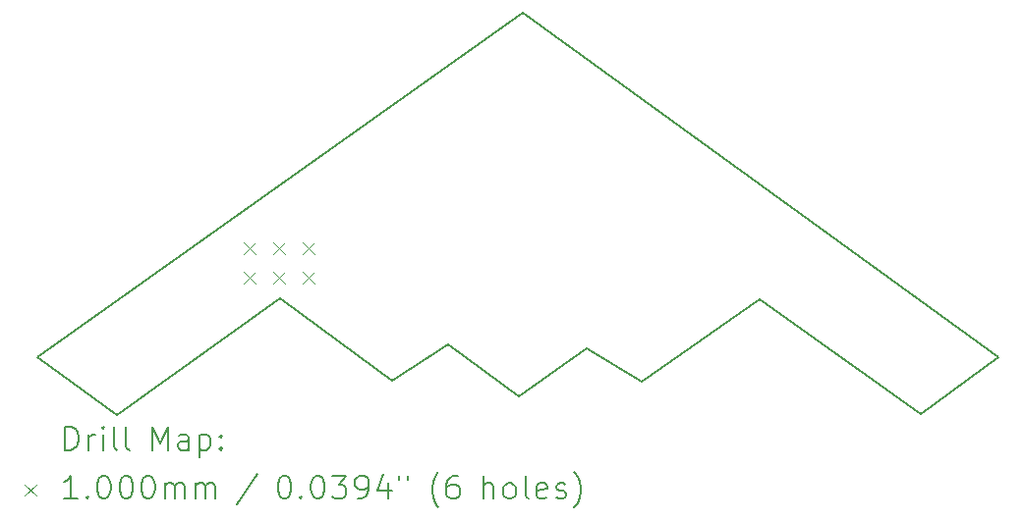
<source format=gbr>
%FSLAX45Y45*%
G04 Gerber Fmt 4.5, Leading zero omitted, Abs format (unit mm)*
G04 Created by KiCad (PCBNEW (6.99.0-2103-gdc6c27b686)) date 2022-07-02 10:57:10*
%MOMM*%
%LPD*%
G01*
G04 APERTURE LIST*
%TA.AperFunction,Profile*%
%ADD10C,0.140000*%
%TD*%
%ADD11C,0.200000*%
%ADD12C,0.100000*%
G04 APERTURE END LIST*
D10*
X19140406Y-10501859D02*
X18471049Y-10996109D01*
X17078675Y-10007608D01*
X16070404Y-10716504D01*
X15593100Y-10428427D01*
X15008472Y-10840773D01*
X14395602Y-10391712D01*
X13918298Y-10708031D01*
X12949567Y-9996311D01*
X11545896Y-11004582D01*
X10859594Y-10504682D01*
X15042185Y-7535418D01*
X19140406Y-10501859D01*
D11*
D12*
X12637500Y-9512500D02*
X12737500Y-9612500D01*
X12737500Y-9512500D02*
X12637500Y-9612500D01*
X12637500Y-9766500D02*
X12737500Y-9866500D01*
X12737500Y-9766500D02*
X12637500Y-9866500D01*
X12891500Y-9512500D02*
X12991500Y-9612500D01*
X12991500Y-9512500D02*
X12891500Y-9612500D01*
X12891500Y-9766500D02*
X12991500Y-9866500D01*
X12991500Y-9766500D02*
X12891500Y-9866500D01*
X13145500Y-9512500D02*
X13245500Y-9612500D01*
X13245500Y-9512500D02*
X13145500Y-9612500D01*
X13145500Y-9766500D02*
X13245500Y-9866500D01*
X13245500Y-9766500D02*
X13145500Y-9866500D01*
D11*
X11100213Y-11305058D02*
X11100213Y-11105058D01*
X11100213Y-11105058D02*
X11147832Y-11105058D01*
X11147832Y-11105058D02*
X11176404Y-11114582D01*
X11176404Y-11114582D02*
X11195451Y-11133629D01*
X11195451Y-11133629D02*
X11204975Y-11152677D01*
X11204975Y-11152677D02*
X11214499Y-11190772D01*
X11214499Y-11190772D02*
X11214499Y-11219343D01*
X11214499Y-11219343D02*
X11204975Y-11257439D01*
X11204975Y-11257439D02*
X11195451Y-11276486D01*
X11195451Y-11276486D02*
X11176404Y-11295534D01*
X11176404Y-11295534D02*
X11147832Y-11305058D01*
X11147832Y-11305058D02*
X11100213Y-11305058D01*
X11300213Y-11305058D02*
X11300213Y-11171724D01*
X11300213Y-11209819D02*
X11309737Y-11190772D01*
X11309737Y-11190772D02*
X11319261Y-11181248D01*
X11319261Y-11181248D02*
X11338308Y-11171724D01*
X11338308Y-11171724D02*
X11357356Y-11171724D01*
X11424023Y-11305058D02*
X11424023Y-11171724D01*
X11424023Y-11105058D02*
X11414499Y-11114582D01*
X11414499Y-11114582D02*
X11424023Y-11124105D01*
X11424023Y-11124105D02*
X11433547Y-11114582D01*
X11433547Y-11114582D02*
X11424023Y-11105058D01*
X11424023Y-11105058D02*
X11424023Y-11124105D01*
X11547832Y-11305058D02*
X11528785Y-11295534D01*
X11528785Y-11295534D02*
X11519261Y-11276486D01*
X11519261Y-11276486D02*
X11519261Y-11105058D01*
X11652594Y-11305058D02*
X11633547Y-11295534D01*
X11633547Y-11295534D02*
X11624023Y-11276486D01*
X11624023Y-11276486D02*
X11624023Y-11105058D01*
X11848785Y-11305058D02*
X11848785Y-11105058D01*
X11848785Y-11105058D02*
X11915451Y-11247915D01*
X11915451Y-11247915D02*
X11982118Y-11105058D01*
X11982118Y-11105058D02*
X11982118Y-11305058D01*
X12163070Y-11305058D02*
X12163070Y-11200296D01*
X12163070Y-11200296D02*
X12153547Y-11181248D01*
X12153547Y-11181248D02*
X12134499Y-11171724D01*
X12134499Y-11171724D02*
X12096404Y-11171724D01*
X12096404Y-11171724D02*
X12077356Y-11181248D01*
X12163070Y-11295534D02*
X12144023Y-11305058D01*
X12144023Y-11305058D02*
X12096404Y-11305058D01*
X12096404Y-11305058D02*
X12077356Y-11295534D01*
X12077356Y-11295534D02*
X12067832Y-11276486D01*
X12067832Y-11276486D02*
X12067832Y-11257439D01*
X12067832Y-11257439D02*
X12077356Y-11238391D01*
X12077356Y-11238391D02*
X12096404Y-11228867D01*
X12096404Y-11228867D02*
X12144023Y-11228867D01*
X12144023Y-11228867D02*
X12163070Y-11219343D01*
X12258308Y-11171724D02*
X12258308Y-11371724D01*
X12258308Y-11181248D02*
X12277356Y-11171724D01*
X12277356Y-11171724D02*
X12315451Y-11171724D01*
X12315451Y-11171724D02*
X12334499Y-11181248D01*
X12334499Y-11181248D02*
X12344023Y-11190772D01*
X12344023Y-11190772D02*
X12353547Y-11209819D01*
X12353547Y-11209819D02*
X12353547Y-11266962D01*
X12353547Y-11266962D02*
X12344023Y-11286010D01*
X12344023Y-11286010D02*
X12334499Y-11295534D01*
X12334499Y-11295534D02*
X12315451Y-11305058D01*
X12315451Y-11305058D02*
X12277356Y-11305058D01*
X12277356Y-11305058D02*
X12258308Y-11295534D01*
X12439261Y-11286010D02*
X12448785Y-11295534D01*
X12448785Y-11295534D02*
X12439261Y-11305058D01*
X12439261Y-11305058D02*
X12429737Y-11295534D01*
X12429737Y-11295534D02*
X12439261Y-11286010D01*
X12439261Y-11286010D02*
X12439261Y-11305058D01*
X12439261Y-11181248D02*
X12448785Y-11190772D01*
X12448785Y-11190772D02*
X12439261Y-11200296D01*
X12439261Y-11200296D02*
X12429737Y-11190772D01*
X12429737Y-11190772D02*
X12439261Y-11181248D01*
X12439261Y-11181248D02*
X12439261Y-11200296D01*
D12*
X10752594Y-11601581D02*
X10852594Y-11701581D01*
X10852594Y-11601581D02*
X10752594Y-11701581D01*
D11*
X11204975Y-11725058D02*
X11090690Y-11725058D01*
X11147832Y-11725058D02*
X11147832Y-11525058D01*
X11147832Y-11525058D02*
X11128785Y-11553629D01*
X11128785Y-11553629D02*
X11109737Y-11572677D01*
X11109737Y-11572677D02*
X11090690Y-11582200D01*
X11290689Y-11706010D02*
X11300213Y-11715534D01*
X11300213Y-11715534D02*
X11290689Y-11725058D01*
X11290689Y-11725058D02*
X11281166Y-11715534D01*
X11281166Y-11715534D02*
X11290689Y-11706010D01*
X11290689Y-11706010D02*
X11290689Y-11725058D01*
X11424023Y-11525058D02*
X11443070Y-11525058D01*
X11443070Y-11525058D02*
X11462118Y-11534581D01*
X11462118Y-11534581D02*
X11471642Y-11544105D01*
X11471642Y-11544105D02*
X11481166Y-11563153D01*
X11481166Y-11563153D02*
X11490689Y-11601248D01*
X11490689Y-11601248D02*
X11490689Y-11648867D01*
X11490689Y-11648867D02*
X11481166Y-11686962D01*
X11481166Y-11686962D02*
X11471642Y-11706010D01*
X11471642Y-11706010D02*
X11462118Y-11715534D01*
X11462118Y-11715534D02*
X11443070Y-11725058D01*
X11443070Y-11725058D02*
X11424023Y-11725058D01*
X11424023Y-11725058D02*
X11404975Y-11715534D01*
X11404975Y-11715534D02*
X11395451Y-11706010D01*
X11395451Y-11706010D02*
X11385928Y-11686962D01*
X11385928Y-11686962D02*
X11376404Y-11648867D01*
X11376404Y-11648867D02*
X11376404Y-11601248D01*
X11376404Y-11601248D02*
X11385928Y-11563153D01*
X11385928Y-11563153D02*
X11395451Y-11544105D01*
X11395451Y-11544105D02*
X11404975Y-11534581D01*
X11404975Y-11534581D02*
X11424023Y-11525058D01*
X11614499Y-11525058D02*
X11633547Y-11525058D01*
X11633547Y-11525058D02*
X11652594Y-11534581D01*
X11652594Y-11534581D02*
X11662118Y-11544105D01*
X11662118Y-11544105D02*
X11671642Y-11563153D01*
X11671642Y-11563153D02*
X11681166Y-11601248D01*
X11681166Y-11601248D02*
X11681166Y-11648867D01*
X11681166Y-11648867D02*
X11671642Y-11686962D01*
X11671642Y-11686962D02*
X11662118Y-11706010D01*
X11662118Y-11706010D02*
X11652594Y-11715534D01*
X11652594Y-11715534D02*
X11633547Y-11725058D01*
X11633547Y-11725058D02*
X11614499Y-11725058D01*
X11614499Y-11725058D02*
X11595451Y-11715534D01*
X11595451Y-11715534D02*
X11585928Y-11706010D01*
X11585928Y-11706010D02*
X11576404Y-11686962D01*
X11576404Y-11686962D02*
X11566880Y-11648867D01*
X11566880Y-11648867D02*
X11566880Y-11601248D01*
X11566880Y-11601248D02*
X11576404Y-11563153D01*
X11576404Y-11563153D02*
X11585928Y-11544105D01*
X11585928Y-11544105D02*
X11595451Y-11534581D01*
X11595451Y-11534581D02*
X11614499Y-11525058D01*
X11804975Y-11525058D02*
X11824023Y-11525058D01*
X11824023Y-11525058D02*
X11843070Y-11534581D01*
X11843070Y-11534581D02*
X11852594Y-11544105D01*
X11852594Y-11544105D02*
X11862118Y-11563153D01*
X11862118Y-11563153D02*
X11871642Y-11601248D01*
X11871642Y-11601248D02*
X11871642Y-11648867D01*
X11871642Y-11648867D02*
X11862118Y-11686962D01*
X11862118Y-11686962D02*
X11852594Y-11706010D01*
X11852594Y-11706010D02*
X11843070Y-11715534D01*
X11843070Y-11715534D02*
X11824023Y-11725058D01*
X11824023Y-11725058D02*
X11804975Y-11725058D01*
X11804975Y-11725058D02*
X11785928Y-11715534D01*
X11785928Y-11715534D02*
X11776404Y-11706010D01*
X11776404Y-11706010D02*
X11766880Y-11686962D01*
X11766880Y-11686962D02*
X11757356Y-11648867D01*
X11757356Y-11648867D02*
X11757356Y-11601248D01*
X11757356Y-11601248D02*
X11766880Y-11563153D01*
X11766880Y-11563153D02*
X11776404Y-11544105D01*
X11776404Y-11544105D02*
X11785928Y-11534581D01*
X11785928Y-11534581D02*
X11804975Y-11525058D01*
X11957356Y-11725058D02*
X11957356Y-11591724D01*
X11957356Y-11610772D02*
X11966880Y-11601248D01*
X11966880Y-11601248D02*
X11985928Y-11591724D01*
X11985928Y-11591724D02*
X12014499Y-11591724D01*
X12014499Y-11591724D02*
X12033547Y-11601248D01*
X12033547Y-11601248D02*
X12043070Y-11620296D01*
X12043070Y-11620296D02*
X12043070Y-11725058D01*
X12043070Y-11620296D02*
X12052594Y-11601248D01*
X12052594Y-11601248D02*
X12071642Y-11591724D01*
X12071642Y-11591724D02*
X12100213Y-11591724D01*
X12100213Y-11591724D02*
X12119261Y-11601248D01*
X12119261Y-11601248D02*
X12128785Y-11620296D01*
X12128785Y-11620296D02*
X12128785Y-11725058D01*
X12224023Y-11725058D02*
X12224023Y-11591724D01*
X12224023Y-11610772D02*
X12233547Y-11601248D01*
X12233547Y-11601248D02*
X12252594Y-11591724D01*
X12252594Y-11591724D02*
X12281166Y-11591724D01*
X12281166Y-11591724D02*
X12300213Y-11601248D01*
X12300213Y-11601248D02*
X12309737Y-11620296D01*
X12309737Y-11620296D02*
X12309737Y-11725058D01*
X12309737Y-11620296D02*
X12319261Y-11601248D01*
X12319261Y-11601248D02*
X12338309Y-11591724D01*
X12338309Y-11591724D02*
X12366880Y-11591724D01*
X12366880Y-11591724D02*
X12385928Y-11601248D01*
X12385928Y-11601248D02*
X12395451Y-11620296D01*
X12395451Y-11620296D02*
X12395451Y-11725058D01*
X12753547Y-11515534D02*
X12582118Y-11772677D01*
X12978309Y-11525058D02*
X12997356Y-11525058D01*
X12997356Y-11525058D02*
X13016404Y-11534581D01*
X13016404Y-11534581D02*
X13025928Y-11544105D01*
X13025928Y-11544105D02*
X13035451Y-11563153D01*
X13035451Y-11563153D02*
X13044975Y-11601248D01*
X13044975Y-11601248D02*
X13044975Y-11648867D01*
X13044975Y-11648867D02*
X13035451Y-11686962D01*
X13035451Y-11686962D02*
X13025928Y-11706010D01*
X13025928Y-11706010D02*
X13016404Y-11715534D01*
X13016404Y-11715534D02*
X12997356Y-11725058D01*
X12997356Y-11725058D02*
X12978309Y-11725058D01*
X12978309Y-11725058D02*
X12959261Y-11715534D01*
X12959261Y-11715534D02*
X12949737Y-11706010D01*
X12949737Y-11706010D02*
X12940213Y-11686962D01*
X12940213Y-11686962D02*
X12930690Y-11648867D01*
X12930690Y-11648867D02*
X12930690Y-11601248D01*
X12930690Y-11601248D02*
X12940213Y-11563153D01*
X12940213Y-11563153D02*
X12949737Y-11544105D01*
X12949737Y-11544105D02*
X12959261Y-11534581D01*
X12959261Y-11534581D02*
X12978309Y-11525058D01*
X13130690Y-11706010D02*
X13140213Y-11715534D01*
X13140213Y-11715534D02*
X13130690Y-11725058D01*
X13130690Y-11725058D02*
X13121166Y-11715534D01*
X13121166Y-11715534D02*
X13130690Y-11706010D01*
X13130690Y-11706010D02*
X13130690Y-11725058D01*
X13264023Y-11525058D02*
X13283071Y-11525058D01*
X13283071Y-11525058D02*
X13302118Y-11534581D01*
X13302118Y-11534581D02*
X13311642Y-11544105D01*
X13311642Y-11544105D02*
X13321166Y-11563153D01*
X13321166Y-11563153D02*
X13330690Y-11601248D01*
X13330690Y-11601248D02*
X13330690Y-11648867D01*
X13330690Y-11648867D02*
X13321166Y-11686962D01*
X13321166Y-11686962D02*
X13311642Y-11706010D01*
X13311642Y-11706010D02*
X13302118Y-11715534D01*
X13302118Y-11715534D02*
X13283071Y-11725058D01*
X13283071Y-11725058D02*
X13264023Y-11725058D01*
X13264023Y-11725058D02*
X13244975Y-11715534D01*
X13244975Y-11715534D02*
X13235451Y-11706010D01*
X13235451Y-11706010D02*
X13225928Y-11686962D01*
X13225928Y-11686962D02*
X13216404Y-11648867D01*
X13216404Y-11648867D02*
X13216404Y-11601248D01*
X13216404Y-11601248D02*
X13225928Y-11563153D01*
X13225928Y-11563153D02*
X13235451Y-11544105D01*
X13235451Y-11544105D02*
X13244975Y-11534581D01*
X13244975Y-11534581D02*
X13264023Y-11525058D01*
X13397356Y-11525058D02*
X13521166Y-11525058D01*
X13521166Y-11525058D02*
X13454499Y-11601248D01*
X13454499Y-11601248D02*
X13483071Y-11601248D01*
X13483071Y-11601248D02*
X13502118Y-11610772D01*
X13502118Y-11610772D02*
X13511642Y-11620296D01*
X13511642Y-11620296D02*
X13521166Y-11639343D01*
X13521166Y-11639343D02*
X13521166Y-11686962D01*
X13521166Y-11686962D02*
X13511642Y-11706010D01*
X13511642Y-11706010D02*
X13502118Y-11715534D01*
X13502118Y-11715534D02*
X13483071Y-11725058D01*
X13483071Y-11725058D02*
X13425928Y-11725058D01*
X13425928Y-11725058D02*
X13406880Y-11715534D01*
X13406880Y-11715534D02*
X13397356Y-11706010D01*
X13616404Y-11725058D02*
X13654499Y-11725058D01*
X13654499Y-11725058D02*
X13673547Y-11715534D01*
X13673547Y-11715534D02*
X13683071Y-11706010D01*
X13683071Y-11706010D02*
X13702118Y-11677439D01*
X13702118Y-11677439D02*
X13711642Y-11639343D01*
X13711642Y-11639343D02*
X13711642Y-11563153D01*
X13711642Y-11563153D02*
X13702118Y-11544105D01*
X13702118Y-11544105D02*
X13692594Y-11534581D01*
X13692594Y-11534581D02*
X13673547Y-11525058D01*
X13673547Y-11525058D02*
X13635451Y-11525058D01*
X13635451Y-11525058D02*
X13616404Y-11534581D01*
X13616404Y-11534581D02*
X13606880Y-11544105D01*
X13606880Y-11544105D02*
X13597356Y-11563153D01*
X13597356Y-11563153D02*
X13597356Y-11610772D01*
X13597356Y-11610772D02*
X13606880Y-11629819D01*
X13606880Y-11629819D02*
X13616404Y-11639343D01*
X13616404Y-11639343D02*
X13635451Y-11648867D01*
X13635451Y-11648867D02*
X13673547Y-11648867D01*
X13673547Y-11648867D02*
X13692594Y-11639343D01*
X13692594Y-11639343D02*
X13702118Y-11629819D01*
X13702118Y-11629819D02*
X13711642Y-11610772D01*
X13883071Y-11591724D02*
X13883071Y-11725058D01*
X13835451Y-11515534D02*
X13787832Y-11658391D01*
X13787832Y-11658391D02*
X13911642Y-11658391D01*
X13978309Y-11525058D02*
X13978309Y-11563153D01*
X14054499Y-11525058D02*
X14054499Y-11563153D01*
X14317356Y-11801248D02*
X14307832Y-11791724D01*
X14307832Y-11791724D02*
X14288785Y-11763153D01*
X14288785Y-11763153D02*
X14279261Y-11744105D01*
X14279261Y-11744105D02*
X14269737Y-11715534D01*
X14269737Y-11715534D02*
X14260213Y-11667915D01*
X14260213Y-11667915D02*
X14260213Y-11629819D01*
X14260213Y-11629819D02*
X14269737Y-11582200D01*
X14269737Y-11582200D02*
X14279261Y-11553629D01*
X14279261Y-11553629D02*
X14288785Y-11534581D01*
X14288785Y-11534581D02*
X14307832Y-11506010D01*
X14307832Y-11506010D02*
X14317356Y-11496486D01*
X14479261Y-11525058D02*
X14441166Y-11525058D01*
X14441166Y-11525058D02*
X14422118Y-11534581D01*
X14422118Y-11534581D02*
X14412594Y-11544105D01*
X14412594Y-11544105D02*
X14393547Y-11572677D01*
X14393547Y-11572677D02*
X14384023Y-11610772D01*
X14384023Y-11610772D02*
X14384023Y-11686962D01*
X14384023Y-11686962D02*
X14393547Y-11706010D01*
X14393547Y-11706010D02*
X14403071Y-11715534D01*
X14403071Y-11715534D02*
X14422118Y-11725058D01*
X14422118Y-11725058D02*
X14460213Y-11725058D01*
X14460213Y-11725058D02*
X14479261Y-11715534D01*
X14479261Y-11715534D02*
X14488785Y-11706010D01*
X14488785Y-11706010D02*
X14498309Y-11686962D01*
X14498309Y-11686962D02*
X14498309Y-11639343D01*
X14498309Y-11639343D02*
X14488785Y-11620296D01*
X14488785Y-11620296D02*
X14479261Y-11610772D01*
X14479261Y-11610772D02*
X14460213Y-11601248D01*
X14460213Y-11601248D02*
X14422118Y-11601248D01*
X14422118Y-11601248D02*
X14403071Y-11610772D01*
X14403071Y-11610772D02*
X14393547Y-11620296D01*
X14393547Y-11620296D02*
X14384023Y-11639343D01*
X14704023Y-11725058D02*
X14704023Y-11525058D01*
X14789737Y-11725058D02*
X14789737Y-11620296D01*
X14789737Y-11620296D02*
X14780213Y-11601248D01*
X14780213Y-11601248D02*
X14761166Y-11591724D01*
X14761166Y-11591724D02*
X14732594Y-11591724D01*
X14732594Y-11591724D02*
X14713547Y-11601248D01*
X14713547Y-11601248D02*
X14704023Y-11610772D01*
X14913547Y-11725058D02*
X14894499Y-11715534D01*
X14894499Y-11715534D02*
X14884975Y-11706010D01*
X14884975Y-11706010D02*
X14875452Y-11686962D01*
X14875452Y-11686962D02*
X14875452Y-11629819D01*
X14875452Y-11629819D02*
X14884975Y-11610772D01*
X14884975Y-11610772D02*
X14894499Y-11601248D01*
X14894499Y-11601248D02*
X14913547Y-11591724D01*
X14913547Y-11591724D02*
X14942118Y-11591724D01*
X14942118Y-11591724D02*
X14961166Y-11601248D01*
X14961166Y-11601248D02*
X14970690Y-11610772D01*
X14970690Y-11610772D02*
X14980213Y-11629819D01*
X14980213Y-11629819D02*
X14980213Y-11686962D01*
X14980213Y-11686962D02*
X14970690Y-11706010D01*
X14970690Y-11706010D02*
X14961166Y-11715534D01*
X14961166Y-11715534D02*
X14942118Y-11725058D01*
X14942118Y-11725058D02*
X14913547Y-11725058D01*
X15094499Y-11725058D02*
X15075452Y-11715534D01*
X15075452Y-11715534D02*
X15065928Y-11696486D01*
X15065928Y-11696486D02*
X15065928Y-11525058D01*
X15246880Y-11715534D02*
X15227833Y-11725058D01*
X15227833Y-11725058D02*
X15189737Y-11725058D01*
X15189737Y-11725058D02*
X15170690Y-11715534D01*
X15170690Y-11715534D02*
X15161166Y-11696486D01*
X15161166Y-11696486D02*
X15161166Y-11620296D01*
X15161166Y-11620296D02*
X15170690Y-11601248D01*
X15170690Y-11601248D02*
X15189737Y-11591724D01*
X15189737Y-11591724D02*
X15227833Y-11591724D01*
X15227833Y-11591724D02*
X15246880Y-11601248D01*
X15246880Y-11601248D02*
X15256404Y-11620296D01*
X15256404Y-11620296D02*
X15256404Y-11639343D01*
X15256404Y-11639343D02*
X15161166Y-11658391D01*
X15332594Y-11715534D02*
X15351642Y-11725058D01*
X15351642Y-11725058D02*
X15389737Y-11725058D01*
X15389737Y-11725058D02*
X15408785Y-11715534D01*
X15408785Y-11715534D02*
X15418309Y-11696486D01*
X15418309Y-11696486D02*
X15418309Y-11686962D01*
X15418309Y-11686962D02*
X15408785Y-11667915D01*
X15408785Y-11667915D02*
X15389737Y-11658391D01*
X15389737Y-11658391D02*
X15361166Y-11658391D01*
X15361166Y-11658391D02*
X15342118Y-11648867D01*
X15342118Y-11648867D02*
X15332594Y-11629819D01*
X15332594Y-11629819D02*
X15332594Y-11620296D01*
X15332594Y-11620296D02*
X15342118Y-11601248D01*
X15342118Y-11601248D02*
X15361166Y-11591724D01*
X15361166Y-11591724D02*
X15389737Y-11591724D01*
X15389737Y-11591724D02*
X15408785Y-11601248D01*
X15484975Y-11801248D02*
X15494499Y-11791724D01*
X15494499Y-11791724D02*
X15513547Y-11763153D01*
X15513547Y-11763153D02*
X15523071Y-11744105D01*
X15523071Y-11744105D02*
X15532594Y-11715534D01*
X15532594Y-11715534D02*
X15542118Y-11667915D01*
X15542118Y-11667915D02*
X15542118Y-11629819D01*
X15542118Y-11629819D02*
X15532594Y-11582200D01*
X15532594Y-11582200D02*
X15523071Y-11553629D01*
X15523071Y-11553629D02*
X15513547Y-11534581D01*
X15513547Y-11534581D02*
X15494499Y-11506010D01*
X15494499Y-11506010D02*
X15484975Y-11496486D01*
M02*

</source>
